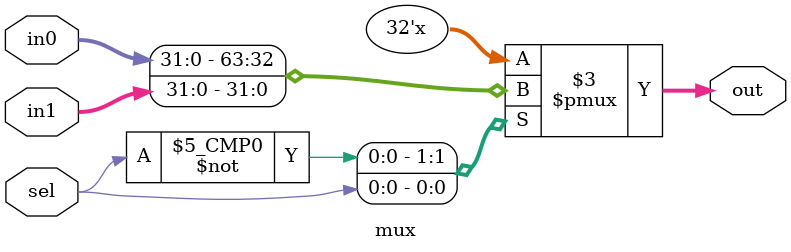
<source format=v>
`timescale 1ns / 1ps


module mux(
    in0,
    in1,
    sel,
    out
    );
input [31:0] in1, in0;
output [31:0] out;
input sel;

reg [31:0] out;

initial begin
    out <= 32'd0;
end

always @(*)
begin
    case (sel)
    0: out <= in0;
    1: out <= in1;
    endcase
end

endmodule

</source>
